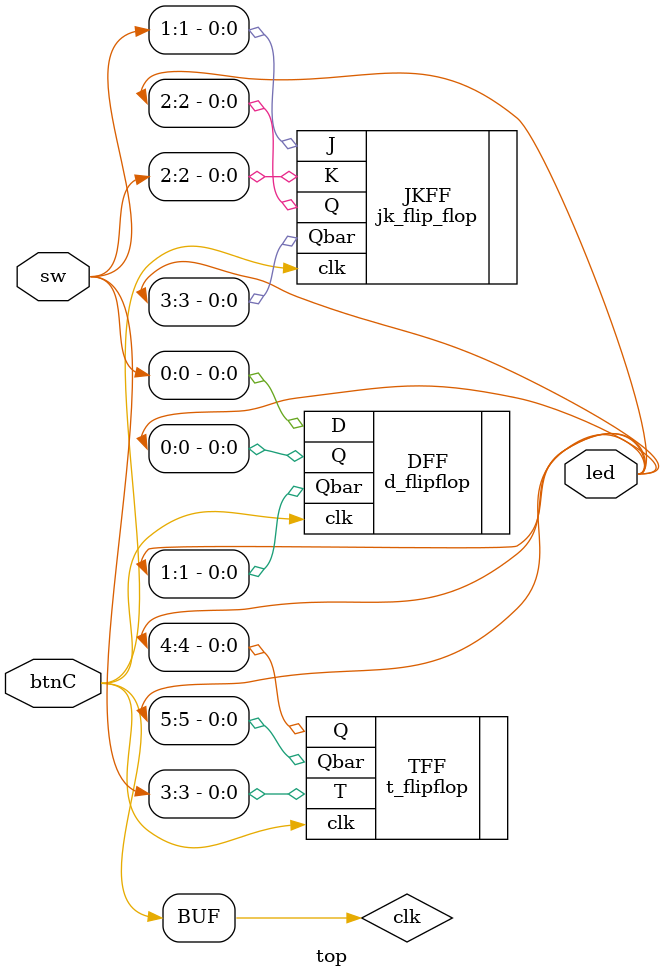
<source format=v>
module top(
    input btnC,      
    input [3:0] sw,      
    output [5:0] led     
);

wire clk;
assign clk = btnC;
    d_flipflop DFF (
        .D(sw[0]),
        .clk(clk),
        .Q(led[0]),
        .Qbar(led[1])
    );


    jk_flip_flop JKFF (
        .J(sw[1]),
        .K(sw[2]),
        .clk(clk),
        .Q(led[2]),
        .Qbar(led[3])
    );

    t_flipflop TFF (
        .T(sw[3]),
        .clk(clk),
        .Q(led[4]),
        .Qbar(led[5])
    );
endmodule

</source>
